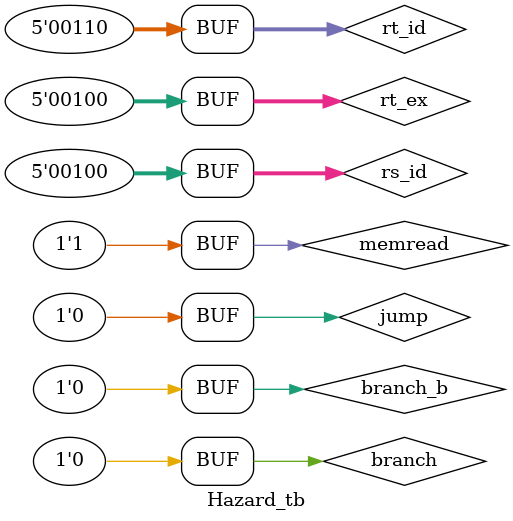
<source format=v>
module Hazard (rt_ex,rs_id,rt_id,memread,branch,branch_b,jump,stall_pc,stall_control);

input [4:0] rt_ex,rs_id,rt_id; //rt in execution stage(of lw instruction) , rs and rt in ID stage(of instruction after lw) 
input memread,branch,branch_b,jump; // memread which indicates lw instruction
output reg stall_pc,stall_control; // 2 wires to stall pc or controls
	

always @(*)

begin


if ((memread==1 && (rt_ex==rs_id || rt_ex==rt_id)) || branch==1 || branch_b==1 || jump==1) /* checking lw then if rd of first instruction 
(in ex stage) equal to either rs or rt (in decode stage) or if there is branch or jump*/
stall_control <= 1; // stalling controls in case of jump , branch (2 stalls for branch) or lw with dependency 
       
else 
stall_control <= 0; 

if((memread==1 && (rt_ex==rs_id || rt_ex==rt_id)) || branch==1 || branch_b==1)
stall_pc <= 1; // stalling pc in case of branch (2 stalls for branch) or lw with dependency

else
stall_pc <=0; 

end	
					
endmodule


module Hazard_tb();

//inputs
reg [4:0] rt_ex,rs_id,rt_id;  
reg memread,branch,branch_b,jump;

// outputs
wire stall_pc,stall_control;

Hazard tb(rt_ex,rs_id,rt_id,memread,branch,branch_b,jump,stall_pc,stall_control);
 
initial
begin
// test values for input
memread=1'b1; branch=1'b0; branch_b=1'b0; jump=1'b0; rt_ex=5'h4; rs_id=5'h4; rt_id=5'h6;
end
endmodule
</source>
